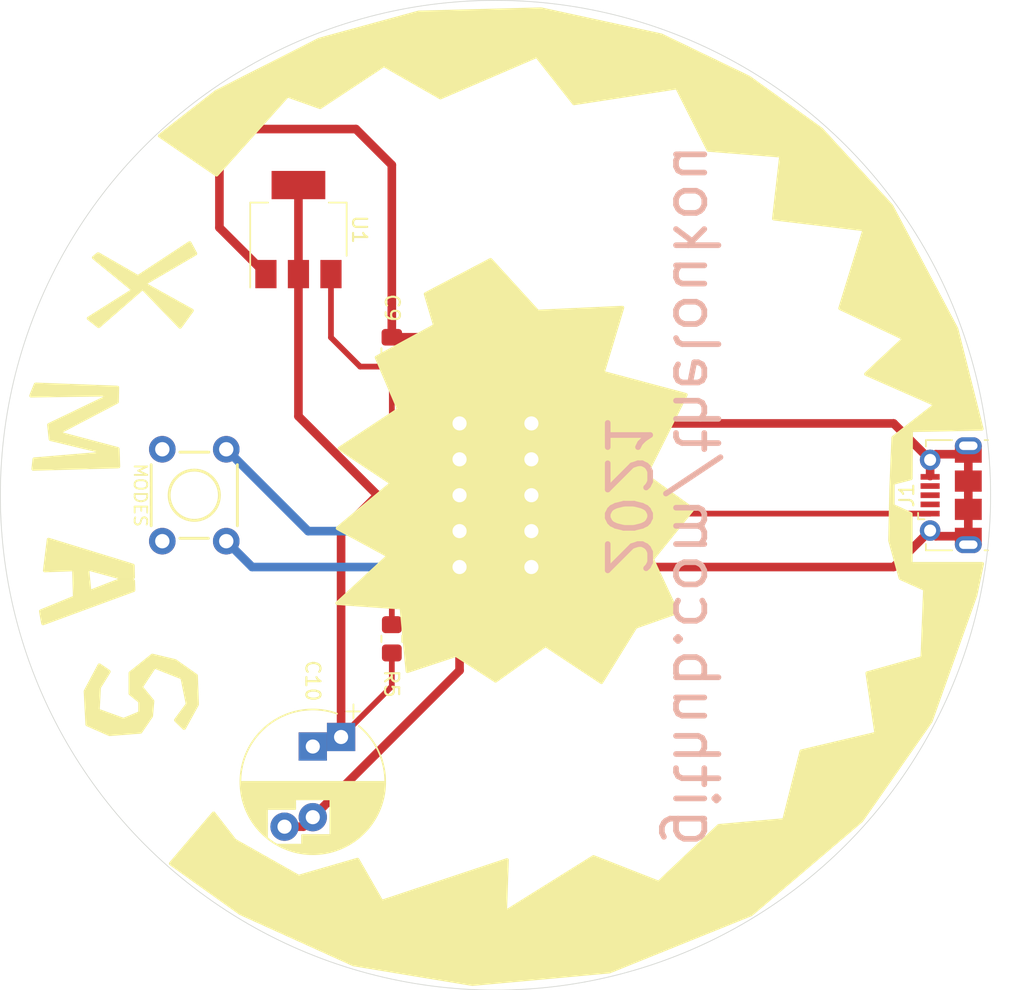
<source format=kicad_pcb>
(kicad_pcb (version 20211014) (generator pcbnew)
  (layers (0 "F.Cu" signal) (31 "B.Cu" signal) (34 "B.Paste" user) (35 "F.Paste" user) (36 "B.SilkS" user "B.Silkscreen") (37 "F.SilkS" user "F.Silkscreen") (38 "B.Mask" user) (39 "F.Mask" user) (44 "Edge.Cuts" user))
  (net 0 "")
  (net 4 "GND1")
  (net 5 "+5VA")
  (net 6 "+3.3VA")
  (net 7 "/MODES1")
  (footprint "Connector_USB:USB_Micro-B_Molex-105017-0001" (layer "F.Cu") (at 182.2526 98.0186 90)
    (fp_text reference "J1" (at 0 -3.1125 90) (layer "F.SilkS"))
    (fp_text value "USB_B_Micro")
    (fp_line (start 3.9 -1.7625) (end 3.45 -1.7625) (layer "F.SilkS") (width 0.12))
    (fp_line (start -3.9 2.6375) (end -3.9 2.3875) (layer "F.SilkS") (width 0.12))
    (fp_line (start -3.9 0.0875) (end -3.9 -1.7625) (layer "F.SilkS") (width 0.12))
    (fp_line (start -1.7 -2.3125) (end -1.7 -1.8625) (layer "F.SilkS") (width 0.12))
    (fp_line (start 3.9 0.0875) (end 3.9 -1.7625) (layer "F.SilkS") (width 0.12))
    (fp_line (start 3.9 2.6375) (end 3.9 2.3875) (layer "F.SilkS") (width 0.12))
    (fp_line (start -1.7 -2.3125) (end -1.25 -2.3125) (layer "F.SilkS") (width 0.12))
    (fp_line (start -3.9 -1.7625) (end -3.45 -1.7625) (layer "F.SilkS") (width 0.12))
    (pad "1" smd rect locked (at -1.3 -1.4625 90) (size 0.4 1.35) (layers "F.Cu" "F.Paste" "F.Mask") (net 5 "+5VA"))
    (pad "2" smd rect locked (at -0.65 -1.4625 90) (size 0.4 1.35) (layers "F.Cu" "F.Paste" "F.Mask"))
    (pad "3" smd rect locked (at 0 -1.4625 90) (size 0.4 1.35) (layers "F.Cu" "F.Paste" "F.Mask"))
    (pad "4" smd rect locked (at 0.65 -1.4625 90) (size 0.4 1.35) (layers "F.Cu" "F.Paste" "F.Mask"))
    (pad "5" smd rect locked (at 1.3 -1.4625 90) (size 0.4 1.35) (layers "F.Cu" "F.Paste" "F.Mask") (net 4 "GND1"))
    (pad "6" smd rect locked (at -1 1.2375 90) (size 1.5 1.9) (layers "F.Cu" "F.Paste" "F.Mask") (net 4 "GND1"))
    (pad "6" thru_hole oval locked (at 3.5 1.2375 90) (size 1.2 1.9) (drill oval 0.6 1.3) (layers *.Cu *.Mask) (net 4 "GND1"))
    (pad "6" smd rect locked (at -2.9 1.2375 90) (size 1.2 1.9) (layers "F.Cu" "F.Mask") (net 4 "GND1"))
    (pad "6" smd rect locked (at 1 1.2375 90) (size 1.5 1.9) (layers "F.Cu" "F.Paste" "F.Mask") (net 4 "GND1"))
    (pad "6" smd rect locked (at 2.9 1.2375 90) (size 1.2 1.9) (layers "F.Cu" "F.Mask") (net 4 "GND1"))
    (pad "6" thru_hole oval locked (at -3.5 1.2375 270) (size 1.2 1.9) (drill oval 0.6 1.3) (layers *.Cu *.Mask) (net 4 "GND1"))
    (pad "6" thru_hole circle locked (at 2.5 -1.4625 90) (size 1.45 1.45) (drill 0.85) (layers *.Cu *.Mask) (net 4 "GND1"))
    (pad "6" thru_hole circle locked (at -2.5 -1.4625 90) (size 1.45 1.45) (drill 0.85) (layers *.Cu *.Mask) (net 4 "GND1"))
  )
  (footprint "Capacitor_THT:CP_Radial_D10.0mm_P5.00mm_P7.50mm" (layer "F.Cu") (at 137.1346 115.7986 -90)
    (fp_text reference "C10" (at -4.6482 0 -90 unlocked) (layer "F.SilkS"))
    (fp_text value "10uF")
    (fp_line (start 3.381 -5.004) (end 3.381 5.004) (layer "F.SilkS") (width 0.12))
    (fp_line (start 7.021 -2.365) (end 7.021 2.365) (layer "F.SilkS") (width 0.12))
    (fp_line (start 4.101 1.241) (end 4.101 4.824) (layer "F.SilkS") (width 0.12))
    (fp_line (start 4.141 1.241) (end 4.141 4.811) (layer "F.SilkS") (width 0.12))
    (fp_line (start 4.941 3.24) (end 4.941 4.462) (layer "F.SilkS") (width 0.12))
    (fp_line (start 4.061 -4.837) (end 4.061 -1.241) (layer "F.SilkS") (width 0.12))
    (fp_line (start 4.541 -4.657) (end 4.541 -1.241) (layer "F.SilkS") (width 0.12))
    (fp_line (start 5.861 3.24) (end 5.861 3.824) (layer "F.SilkS") (width 0.12))
    (fp_line (start 2.7 -5.077) (end 2.7 5.077) (layer "F.SilkS") (width 0.12))
    (fp_line (start 5.901 3.24) (end 5.901 3.789) (layer "F.SilkS") (width 0.12))
    (fp_line (start 4.261 -4.768) (end 4.261 -1.241) (layer "F.SilkS") (width 0.12))
    (fp_line (start 5.981 -3.716) (end 5.981 -1.241) (layer "F.SilkS") (width 0.12))
    (fp_line (start 4.981 3.24) (end 4.981 4.44) (layer "F.SilkS") (width 0.12))
    (fp_line (start 6.541 -3.106) (end 6.541 0.76) (layer "F.SilkS") (width 0.12))
    (fp_line (start 6.341 -3.347) (end 6.341 0.76) (layer "F.SilkS") (width 0.12))
    (fp_line (start 6.781 -2.77) (end 6.781 0.76) (layer "F.SilkS") (width 0.12))
    (fp_line (start 4.701 -4.584) (end 4.701 -1.241) (layer "F.SilkS") (width 0.12))
    (fp_line (start 6.261 3.24) (end 6.261 3.436) (layer "F.SilkS") (width 0.12))
    (fp_line (start 6.981 -2.439) (end 6.981 2.439) (layer "F.SilkS") (width 0.12))
    (fp_line (start 2.86 -5.068) (end 2.86 5.068) (layer "F.SilkS") (width 0.12))
    (fp_line (start 7.181 -2.037) (end 7.181 2.037) (layer "F.SilkS") (width 0.12))
    (fp_line (start 5.581 -4.05) (end 5.581 -1.241) (layer "F.SilkS") (width 0.12))
    (fp_line (start 5.421 3.24) (end 5.421 4.166) (layer "F.SilkS") (width 0.12))
    (fp_line (start 4.901 -4.483) (end 4.901 -1.241) (layer "F.SilkS") (width 0.12))
    (fp_line (start 4.381 1.241) (end 4.381 4.723) (layer "F.SilkS") (width 0.12))
    (fp_line (start 3.901 -4.885) (end 3.901 -1.241) (layer "F.SilkS") (width 0.12))
    (fp_line (start 7.301 -1.742) (end 7.301 1.742) (layer "F.SilkS") (width 0.12))
    (fp_line (start 2.82 -5.07) (end 2.82 5.07) (layer "F.SilkS") (width 0.12))
    (fp_line (start 6.141 -3.561) (end 6.141 -1.241) (layer "F.SilkS") (width 0.12))
    (fp_line (start 5.101 -4.371) (end 5.101 -1.241) (layer "F.SilkS") (width 0.12))
    (fp_line (start -2.479646 -3.375) (end -2.479646 -2.375) (layer "F.SilkS") (width 0.12))
    (fp_line (start 5.221 -4.298) (end 5.221 -1.241) (layer "F.SilkS") (width 0.12))
    (fp_line (start 5.861 -3.824) (end 5.861 -1.241) (layer "F.SilkS") (width 0.12))
    (fp_line (start 3.02 -5.054) (end 3.02 5.054) (layer "F.SilkS") (width 0.12))
    (fp_line (start 6.461 -3.206) (end 6.461 0.76) (layer "F.SilkS") (width 0.12))
    (fp_line (start 3.741 -4.928) (end 3.741 4.928) (layer "F.SilkS") (width 0.12))
    (fp_line (start 4.421 -4.707) (end 4.421 -1.241) (layer "F.SilkS") (width 0.12))
    (fp_line (start 7.381 -1.51) (end 7.381 1.51) (layer "F.SilkS") (width 0.12))
    (fp_line (start 5.221 3.24) (end 5.221 4.298) (layer "F.SilkS") (width 0.12))
    (fp_line (start 4.981 -4.44) (end 4.981 -1.241) (layer "F.SilkS") (width 0.12))
    (fp_line (start 7.341 -1.63) (end 7.341 1.63) (layer "F.SilkS") (width 0.12))
    (fp_line (start 7.581 -0.599) (end 7.581 0.599) (layer "F.SilkS") (width 0.12))
    (fp_line (start 5.581 3.24) (end 5.581 4.05) (layer "F.SilkS") (width 0.12))
    (fp_line (start 6.621 -3) (end 6.621 0.76) (layer "F.SilkS") (width 0.12))
    (fp_line (start 4.821 3.24) (end 4.821 4.525) (layer "F.SilkS") (width 0.12))
    (fp_line (start 4.221 -4.783) (end 4.221 -1.241) (layer "F.SilkS") (width 0.12))
    (fp_line (start 6.581 -3.054) (end 6.581 0.76) (layer "F.SilkS") (width 0.12))
    (fp_line (start 6.941 -2.51) (end 6.941 2.51) (layer "F.SilkS") (width 0.12))
    (fp_line (start 6.061 -3.64) (end 6.061 -1.241) (layer "F.SilkS") (width 0.12))
    (fp_line (start 4.381 -4.723) (end 4.381 -1.241) (layer "F.SilkS") (width 0.12))
    (fp_line (start 4.581 -4.639) (end 4.581 -1.241) (layer "F.SilkS") (width 0.12))
    (fp_line (start 2.58 -5.08) (end 2.58 5.08) (layer "F.SilkS") (width 0.12))
    (fp_line (start 6.021 3.24) (end 6.021 3.679) (layer "F.SilkS") (width 0.12))
    (fp_line (start 3.981 -4.862) (end 3.981 -1.241) (layer "F.SilkS") (width 0.12))
    (fp_line (start 5.541 3.24) (end 5.541 4.08) (layer "F.SilkS") (width 0.12))
    (fp_line (start 6.341 3.24) (end 6.341 3.347) (layer "F.SilkS") (width 0.12))
    (fp_line (start 2.9 -5.065) (end 2.9 5.065) (layer "F.SilkS") (width 0.12))
    (fp_line (start 2.5 -5.08) (end 2.5 5.08) (layer "F.SilkS") (width 0.12))
    (fp_line (start 6.021 -3.679) (end 6.021 -1.241) (layer "F.SilkS") (width 0.12))
    (fp_line (start 3.501 -4.982) (end 3.501 4.982) (layer "F.SilkS") (width 0.12))
    (fp_line (start 4.701 3.24) (end 4.701 4.584) (layer "F.SilkS") (width 0.12))
    (fp_line (start 3.661 -4.947) (end 3.661 4.947) (layer "F.SilkS") (width 0.12))
    (fp_line (start 6.181 -3.52) (end 6.181 -1.241) (layer "F.SilkS") (width 0.12))
    (fp_line (start 4.341 1.241) (end 4.341 4.738) (layer "F.SilkS") (width 0.12))
    (fp_line (start 5.261 -4.273) (end 5.261 -1.241) (layer "F.SilkS") (width 0.12))
    (fp_line (start 5.741 -3.925) (end 5.741 -1.241) (layer "F.SilkS") (width 0.12))
    (fp_line (start 4.181 -4.797) (end 4.181 -1.241) (layer "F.SilkS") (width 0.12))
    (fp_line (start 7.061 -2.289) (end 7.061 2.289) (layer "F.SilkS") (width 0.12))
    (fp_line (start 3.461 -4.99) (end 3.461 4.99) (layer "F.SilkS") (width 0.12))
    (fp_line (start 5.701 -3.957) (end 5.701 -1.241) (layer "F.SilkS") (width 0.12))
    (fp_line (start 5.621 -4.02) (end 5.621 -1.241) (layer "F.SilkS") (width 0.12))
    (fp_line (start 3.421 -4.997) (end 3.421 4.997) (layer "F.SilkS") (width 0.12))
    (fp_line (start 3.781 -4.918) (end 3.781 -1.241) (layer "F.SilkS") (width 0.12))
    (fp_line (start 3.941 -4.874) (end 3.941 -1.241) (layer "F.SilkS") (width 0.12))
    (fp_line (start 7.141 -2.125) (end 7.141 2.125) (layer "F.SilkS") (width 0.12))
    (fp_line (start 3.901 1.241) (end 3.901 4.885) (layer "F.SilkS") (width 0.12))
    (fp_line (start 5.141 3.24) (end 5.141 4.347) (layer "F.SilkS") (width 0.12))
    (fp_line (start 6.221 3.24) (end 6.221 3.478) (layer "F.SilkS") (width 0.12))
    (fp_line (start 5.261 3.24) (end 5.261 4.273) (layer "F.SilkS") (width 0.12))
    (fp_line (start 4.821 -4.525) (end 4.821 -1.241) (layer "F.SilkS") (width 0.12))
    (fp_line (start 3.541 -4.974) (end 3.541 4.974) (layer "F.SilkS") (width 0.12))
    (fp_line (start 6.421 3.24) (end 6.421 3.254) (layer "F.SilkS") (width 0.12))
    (fp_line (start 5.661 -3.989) (end 5.661 -1.241) (layer "F.SilkS") (width 0.12))
    (fp_line (start 5.461 3.24) (end 5.461 4.138) (layer "F.SilkS") (width 0.12))
    (fp_line (start 6.261 -3.436) (end 6.261 0.76) (layer "F.SilkS") (width 0.12))
    (fp_line (start 7.261 -1.846) (end 7.261 1.846) (layer "F.SilkS") (width 0.12))
    (fp_line (start 4.021 -4.85) (end 4.021 -1.241) (layer "F.SilkS") (width 0.12))
    (fp_line (start 5.901 -3.789) (end 5.901 -1.241) (layer "F.SilkS") (width 0.12))
    (fp_line (start 3.941 1.241) (end 3.941 4.874) (layer "F.SilkS") (width 0.12))
    (fp_line (start 5.941 3.24) (end 5.941 3.753) (layer "F.SilkS") (width 0.12))
    (fp_line (start 4.461 -4.69) (end 4.461 -1.241) (layer "F.SilkS") (width 0.12))
    (fp_line (start 3.621 -4.956) (end 3.621 4.956) (layer "F.SilkS") (width 0.12))
    (fp_line (start 7.101 -2.209) (end 7.101 2.209) (layer "F.SilkS") (width 0.12))
    (fp_line (start 5.421 -4.166) (end 5.421 -1.241) (layer "F.SilkS") (width 0.12))
    (fp_line (start 2.54 -5.08) (end 2.54 5.08) (layer "F.SilkS") (width 0.12))
    (fp_line (start 6.141 3.24) (end 6.141 3.561) (layer "F.SilkS") (width 0.12))
    (fp_line (start 6.381 3.24) (end 6.381 3.301) (layer "F.SilkS") (width 0.12))
    (fp_line (start 4.621 3.24) (end 4.621 4.621) (layer "F.SilkS") (width 0.12))
    (fp_line (start 4.301 1.241) (end 4.301 4.754) (layer "F.SilkS") (width 0.12))
    (fp_line (start 4.461 3.24) (end 4.461 4.69) (layer "F.SilkS") (width 0.12))
    (fp_line (start 6.301 -3.392) (end 6.301 0.76) (layer "F.SilkS") (width 0.12))
    (fp_line (start 5.821 -3.858) (end 5.821 -1.241) (layer "F.SilkS") (width 0.12))
    (fp_line (start 3.221 -5.03) (end 3.221 5.03) (layer "F.SilkS") (width 0.12))
    (fp_line (start 2.94 -5.062) (end 2.94 5.062) (layer "F.SilkS") (width 0.12))
    (fp_line (start 6.501 -3.156) (end 6.501 0.76) (layer "F.SilkS") (width 0.12))
    (fp_line (start 6.421 -3.254) (end 6.421 0.76) (layer "F.SilkS") (width 0.12))
    (fp_line (start 6.661 -2.945) (end 6.661 0.76) (layer "F.SilkS") (width 0.12))
    (fp_line (start 5.141 -4.347) (end 5.141 -1.241) (layer "F.SilkS") (width 0.12))
    (fp_line (start 6.901 -2.579) (end 6.901 0.76) (layer "F.SilkS") (width 0.12))
    (fp_line (start 4.061 1.241) (end 4.061 4.837) (layer "F.SilkS") (width 0.12))
    (fp_line (start 6.101 3.24) (end 6.101 3.601) (layer "F.SilkS") (width 0.12))
    (fp_line (start 4.101 -4.824) (end 4.101 -1.241) (layer "F.SilkS") (width 0.12))
    (fp_line (start 5.941 -3.753) (end 5.941 -1.241) (layer "F.SilkS") (width 0.12))
    (fp_line (start 3.821 -4.907) (end 3.821 -1.241) (layer "F.SilkS") (width 0.12))
    (fp_line (start 3.06 -5.05) (end 3.06 5.05) (layer "F.SilkS") (width 0.12))
    (fp_line (start 5.781 3.24) (end 5.781 3.892) (layer "F.SilkS") (width 0.12))
    (fp_line (start 5.021 3.24) (end 5.021 4.417) (layer "F.SilkS") (width 0.12))
    (fp_line (start 3.861 1.241) (end 3.861 4.897) (layer "F.SilkS") (width 0.12))
    (fp_line (start -2.979646 -2.875) (end -1.979646 -2.875) (layer "F.SilkS") (width 0.12))
    (fp_line (start 5.301 3.24) (end 5.301 4.247) (layer "F.SilkS") (width 0.12))
    (fp_line (start 4.661 -4.603) (end 4.661 -1.241) (layer "F.SilkS") (width 0.12))
    (fp_line (start 5.541 -4.08) (end 5.541 -1.241) (layer "F.SilkS") (width 0.12))
    (fp_line (start 4.621 -4.621) (end 4.621 -1.241) (layer "F.SilkS") (width 0.12))
    (fp_line (start 5.381 3.24) (end 5.381 4.194) (layer "F.SilkS") (width 0.12))
    (fp_line (start 4.221 1.241) (end 4.221 4.783) (layer "F.SilkS") (width 0.12))
    (fp_line (start 2.66 -5.078) (end 2.66 5.078) (layer "F.SilkS") (width 0.12))
    (fp_line (start 4.181 1.241) (end 4.181 4.797) (layer "F.SilkS") (width 0.12))
    (fp_line (start 5.781 -3.892) (end 5.781 -1.241) (layer "F.SilkS") (width 0.12))
    (fp_line (start 3.1 -5.045) (end 3.1 5.045) (layer "F.SilkS") (width 0.12))
    (fp_line (start 2.78 -5.073) (end 2.78 5.073) (layer "F.SilkS") (width 0.12))
    (fp_line (start 3.821 1.241) (end 3.821 4.907) (layer "F.SilkS") (width 0.12))
    (fp_line (start 5.061 3.24) (end 5.061 4.395) (layer "F.SilkS") (width 0.12))
    (fp_line (start 5.821 3.24) (end 5.821 3.858) (layer "F.SilkS") (width 0.12))
    (fp_line (start 4.501 3.24) (end 4.501 4.674) (layer "F.SilkS") (width 0.12))
    (fp_line (start 3.301 -5.018) (end 3.301 5.018) (layer "F.SilkS") (width 0.12))
    (fp_line (start 7.221 -1.944) (end 7.221 1.944) (layer "F.SilkS") (width 0.12))
    (fp_line (start 5.181 -4.323) (end 5.181 -1.241) (layer "F.SilkS") (width 0.12))
    (fp_line (start 6.861 -2.645) (end 6.861 0.76) (layer "F.SilkS") (width 0.12))
    (fp_line (start 5.381 -4.194) (end 5.381 -1.241) (layer "F.SilkS") (width 0.12))
    (fp_line (start 3.18 -5.035) (end 3.18 5.035) (layer "F.SilkS") (width 0.12))
    (fp_line (start 6.061 3.24) (end 6.061 3.64) (layer "F.SilkS") (width 0.12))
    (fp_line (start 3.861 -4.897) (end 3.861 -1.241) (layer "F.SilkS") (width 0.12))
    (fp_line (start 4.941 -4.462) (end 4.941 -1.241) (layer "F.SilkS") (width 0.12))
    (fp_line (start 6.701 -2.889) (end 6.701 0.76) (layer "F.SilkS") (width 0.12))
    (fp_line (start 6.221 -3.478) (end 6.221 -1.241) (layer "F.SilkS") (width 0.12))
    (fp_line (start 6.381 -3.301) (end 6.381 0.76) (layer "F.SilkS") (width 0.12))
    (fp_line (start 5.741 3.24) (end 5.741 3.925) (layer "F.SilkS") (width 0.12))
    (fp_line (start 4.781 -4.545) (end 4.781 -1.241) (layer "F.SilkS") (width 0.12))
    (fp_line (start 3.981 1.241) (end 3.981 4.862) (layer "F.SilkS") (width 0.12))
    (fp_line (start 4.901 3.24) (end 4.901 4.483) (layer "F.SilkS") (width 0.12))
    (fp_line (start 2.98 -5.058) (end 2.98 5.058) (layer "F.SilkS") (width 0.12))
    (fp_line (start 4.021 1.241) (end 4.021 4.85) (layer "F.SilkS") (width 0.12))
    (fp_line (start 5.621 3.24) (end 5.621 4.02) (layer "F.SilkS") (width 0.12))
    (fp_line (start 4.421 1.241) (end 4.421 4.707) (layer "F.SilkS") (width 0.12))
    (fp_line (start 7.461 -1.23) (end 7.461 1.23) (layer "F.SilkS") (width 0.12))
    (fp_line (start 3.581 -4.965) (end 3.581 4.965) (layer "F.SilkS") (width 0.12))
    (fp_line (start 5.341 3.24) (end 5.341 4.221) (layer "F.SilkS") (width 0.12))
    (fp_line (start 4.861 -4.504) (end 4.861 -1.241) (layer "F.SilkS") (width 0.12))
    (fp_line (start 4.541 3.24) (end 4.541 4.657) (layer "F.SilkS") (width 0.12))
    (fp_line (start 7.501 -1.062) (end 7.501 1.062) (layer "F.SilkS") (width 0.12))
    (fp_line (start 4.261 1.241) (end 4.261 4.768) (layer "F.SilkS") (width 0.12))
    (fp_line (start 5.701 3.24) (end 5.701 3.957) (layer "F.SilkS") (width 0.12))
    (fp_line (start 4.861 3.24) (end 4.861 4.504) (layer "F.SilkS") (width 0.12))
    (fp_line (start 6.181 3.24) (end 6.181 3.52) (layer "F.SilkS") (width 0.12))
    (fp_line (start 5.501 3.24) (end 5.501 4.11) (layer "F.SilkS") (width 0.12))
    (fp_line (start 3.701 -4.938) (end 3.701 4.938) (layer "F.SilkS") (width 0.12))
    (fp_line (start 6.821 -2.709) (end 6.821 0.76) (layer "F.SilkS") (width 0.12))
    (fp_line (start 2.74 -5.075) (end 2.74 5.075) (layer "F.SilkS") (width 0.12))
    (fp_line (start 5.661 3.24) (end 5.661 3.989) (layer "F.SilkS") (width 0.12))
    (fp_line (start 4.501 -4.674) (end 4.501 -1.241) (layer "F.SilkS") (width 0.12))
    (fp_line (start 7.421 -1.378) (end 7.421 1.378) (layer "F.SilkS") (width 0.12))
    (fp_line (start 6.301 3.24) (end 6.301 3.392) (layer "F.SilkS") (width 0.12))
    (fp_line (start 4.301 -4.754) (end 4.301 -1.241) (layer "F.SilkS") (width 0.12))
    (fp_line (start 3.14 -5.04) (end 3.14 5.04) (layer "F.SilkS") (width 0.12))
    (fp_line (start 4.661 3.24) (end 4.661 4.603) (layer "F.SilkS") (width 0.12))
    (fp_line (start 7.541 -0.862) (end 7.541 0.862) (layer "F.SilkS") (width 0.12))
    (fp_line (start 5.461 -4.138) (end 5.461 -1.241) (layer "F.SilkS") (width 0.12))
    (fp_line (start 5.101 3.24) (end 5.101 4.371) (layer "F.SilkS") (width 0.12))
    (fp_line (start 5.501 -4.11) (end 5.501 -1.241) (layer "F.SilkS") (width 0.12))
    (fp_line (start 4.341 -4.738) (end 4.341 -1.241) (layer "F.SilkS") (width 0.12))
    (fp_line (start 4.781 3.24) (end 4.781 4.545) (layer "F.SilkS") (width 0.12))
    (fp_line (start 3.781 1.241) (end 3.781 4.918) (layer "F.SilkS") (width 0.12))
    (fp_line (start 3.261 -5.024) (end 3.261 5.024) (layer "F.SilkS") (width 0.12))
    (fp_line (start 4.581 3.24) (end 4.581 4.639) (layer "F.SilkS") (width 0.12))
    (fp_line (start 4.741 3.24) (end 4.741 4.564) (layer "F.SilkS") (width 0.12))
    (fp_line (start 2.62 -5.079) (end 2.62 5.079) (layer "F.SilkS") (width 0.12))
    (fp_line (start 5.181 3.24) (end 5.181 4.323) (layer "F.SilkS") (width 0.12))
    (fp_line (start 6.101 -3.601) (end 6.101 -1.241) (layer "F.SilkS") (width 0.12))
    (fp_line (start 3.341 -5.011) (end 3.341 5.011) (layer "F.SilkS") (width 0.12))
    (fp_line (start 5.341 -4.221) (end 5.341 -1.241) (layer "F.SilkS") (width 0.12))
    (fp_line (start 5.981 3.24) (end 5.981 3.716) (layer "F.SilkS") (width 0.12))
    (fp_line (start 4.141 -4.811) (end 4.141 -1.241) (layer "F.SilkS") (width 0.12))
    (fp_line (start 5.021 -4.417) (end 5.021 -1.241) (layer "F.SilkS") (width 0.12))
    (fp_line (start 4.741 -4.564) (end 4.741 -1.241) (layer "F.SilkS") (width 0.12))
    (fp_line (start 5.301 -4.247) (end 5.301 -1.241) (layer "F.SilkS") (width 0.12))
    (fp_line (start 6.741 -2.83) (end 6.741 0.76) (layer "F.SilkS") (width 0.12))
    (fp_line (start 5.061 -4.395) (end 5.061 -1.241) (layer "F.SilkS") (width 0.12))
    (fp_arc (start -1.448012 -3.26) (mid 6.954126 2.524908) (end -2.324903 -1.713098) (layer "F.SilkS") (width 0.12))
    (pad "1" thru_hole rect locked (at 0 0 270) (size 2 2) (drill 1) (layers *.Cu *.Mask) (net 6 "+3.3VA"))
    (pad "1" thru_hole rect locked (at -0.672144 -2 270) (size 2 2) (drill 1) (layers *.Cu *.Mask) (net 6 "+3.3VA"))
    (pad "2" thru_hole circle locked (at 5 0 270) (size 2 2) (drill 1) (layers *.Cu *.Mask) (net 4 "GND1"))
    (pad "2" thru_hole circle locked (at 5.672144 2 270) (size 2 2) (drill 1) (layers *.Cu *.Mask) (net 4 "GND1"))
  )
  (footprint "Capacitor_SMD:C_0805_2012Metric_Pad1.18x1.45mm_HandSolder" (layer "F.Cu") (at 142.7226 87.8801 90)
    (fp_text reference "C9" (at 3.1203 0.0254 270 unlocked) (layer "F.SilkS"))
    (fp_text value "100nF")
    (fp_line (start -0.261252 -0.735) (end 0.261252 -0.735) (layer "F.SilkS") (width 0.12))
    (fp_line (start -0.261252 0.735) (end 0.261252 0.735) (layer "F.SilkS") (width 0.12))
    (pad "1" smd roundrect locked (at -1.0375 0 90) (size 1.175 1.45) (layers "F.Cu" "F.Paste" "F.Mask") (roundrect_rratio 0.212766) (net 5 "+5VA"))
    (pad "2" smd roundrect locked (at 1.0375 0 90) (size 1.175 1.45) (layers "F.Cu" "F.Paste" "F.Mask") (roundrect_rratio 0.212766) (net 4 "GND1"))
  )
  (footprint "Connector_PinHeader_2.54mm:PinHeader_1x05_P2.54mm_Vertical" (layer "F.Cu") (at 152.5926 103.0986 180)
    (fp_text reference "J4" hide)
    (fp_text value "Conn_01x05")
    (fp_line (start -1.33 0) (end -1.33 -1.33) (layer "F.SilkS") (width 0.12))
    (fp_line (start -1.33 -1.33) (end 0 -1.33) (layer "F.SilkS") (width 0.12))
    (fp_line (start -1.33 11.49) (end 1.33 11.49) (layer "F.SilkS") (width 0.12))
    (fp_line (start -1.33 1.27) (end -1.33 11.49) (layer "F.SilkS") (width 0.12))
    (fp_line (start -1.33 1.27) (end 1.33 1.27) (layer "F.SilkS") (width 0.12))
    (fp_line (start 1.33 1.27) (end 1.33 11.49) (layer "F.SilkS") (width 0.12))
    (pad "1" thru_hole rect locked (at 0 0 180) (size 1.7 1.7) (drill 1) (layers *.Cu *.Mask) (net 4 "GND1"))
    (pad "2" thru_hole oval locked (at 0 2.54 180) (size 1.7 1.7) (drill 1) (layers *.Cu *.Mask) (net 7 "/MODES1"))
    (pad "3" thru_hole oval locked (at 0 5.08 180) (size 1.7 1.7) (drill 1) (layers *.Cu *.Mask) (net 6 "+3.3VA"))
    (pad "4" thru_hole oval locked (at 0 7.62 180) (size 1.7 1.7) (drill 1) (layers *.Cu *.Mask) (net 5 "+5VA"))
    (pad "5" thru_hole oval locked (at 0 10.16 180) (size 1.7 1.7) (drill 1) (layers *.Cu *.Mask) (net 4 "GND1"))
  )
  (footprint "Connector_PinHeader_2.54mm:PinHeader_1x05_P2.54mm_Vertical" (layer "F.Cu") (at 147.5126 103.0986 180)
    (fp_text reference "J2" hide)
    (fp_text value "Conn_01x05")
    (fp_line (start 1.33 1.27) (end 1.33 11.49) (layer "F.SilkS") (width 0.12))
    (fp_line (start -1.33 0) (end -1.33 -1.33) (layer "F.SilkS") (width 0.12))
    (fp_line (start -1.33 -1.33) (end 0 -1.33) (layer "F.SilkS") (width 0.12))
    (fp_line (start -1.33 1.27) (end 1.33 1.27) (layer "F.SilkS") (width 0.12))
    (fp_line (start -1.33 11.49) (end 1.33 11.49) (layer "F.SilkS") (width 0.12))
    (fp_line (start -1.33 1.27) (end -1.33 11.49) (layer "F.SilkS") (width 0.12))
    (pad "1" thru_hole rect locked (at 0 0 180) (size 1.7 1.7) (drill 1) (layers *.Cu *.Mask) (net 4 "GND1"))
    (pad "2" thru_hole oval locked (at 0 2.54 180) (size 1.7 1.7) (drill 1) (layers *.Cu *.Mask) (net 7 "/MODES1"))
    (pad "3" thru_hole oval locked (at 0 5.08 180) (size 1.7 1.7) (drill 1) (layers *.Cu *.Mask) (net 6 "+3.3VA"))
    (pad "4" thru_hole oval locked (at 0 7.62 180) (size 1.7 1.7) (drill 1) (layers *.Cu *.Mask) (net 5 "+5VA"))
    (pad "5" thru_hole oval locked (at 0 10.16 180) (size 1.7 1.7) (drill 1) (layers *.Cu *.Mask) (net 4 "GND1"))
  )
  (footprint "Resistor_SMD:R_0805_2012Metric_Pad1.20x1.40mm_HandSolder" (layer "F.Cu") (at 142.7226 108.1786 90)
    (fp_text reference "R5" (at -3.175 -0.0254 270 unlocked) (layer "F.SilkS"))
    (fp_text value "10K")
    (fp_line (start -0.227064 -0.735) (end 0.227064 -0.735) (layer "F.SilkS") (width 0.12))
    (fp_line (start -0.227064 0.735) (end 0.227064 0.735) (layer "F.SilkS") (width 0.12))
    (pad "1" smd roundrect locked (at -1 0 90) (size 1.2 1.4) (layers "F.Cu" "F.Paste" "F.Mask") (roundrect_rratio 0.208333) (net 6 "+3.3VA"))
    (pad "2" smd roundrect locked (at 1 0 90) (size 1.2 1.4) (layers "F.Cu" "F.Paste" "F.Mask") (roundrect_rratio 0.208333) (net 7 "/MODES1"))
  )
  (footprint "Switches:TACTILE_SWITCH_PTH_6.0MM" (layer "F.Cu") (at 128.7526 98.0186 -90)
    (fp_text reference "S3" hide)
    (fp_text value "MODES" (at 0 3.81 -90 unlocked) (layer "F.SilkS") (effects (font (size 0.889 0.889) (thickness 0.127))))
    (fp_line (start 2.159 -3.048) (end -2.159 -3.048) (layer "F.SilkS") (width 0.2032))
    (fp_line (start -2.159 3.048) (end 2.159 3.048) (layer "F.SilkS") (width 0.2032))
    (fp_line (start 3.048 -0.99568) (end 3.048 1.016) (layer "F.SilkS") (width 0.2032))
    (fp_line (start -3.048 -1.02616) (end -3.048 1.016) (layer "F.SilkS") (width 0.2032))
    (fp_circle (center 0 0) (end 0 -1.778) (layer "F.SilkS") (width 0.2032) (fill none))
    (pad "1" thru_hole circle locked (at -3.2512 -2.2606 270) (size 1.8796 1.8796) (drill 1.016) (layers *.Cu *.Mask) (net 7 "/MODES1"))
    (pad "2" thru_hole circle locked (at 3.2512 -2.2606 270) (size 1.8796 1.8796) (drill 1.016) (layers *.Cu *.Mask) (net 4 "GND1"))
    (pad "3" thru_hole circle locked (at -3.2512 2.2606 270) (size 1.8796 1.8796) (drill 1.016) (layers *.Cu *.Mask))
    (pad "4" thru_hole circle locked (at 3.2512 2.2606 270) (size 1.8796 1.8796) (drill 1.016) (layers *.Cu *.Mask))
  )
  (footprint "Package_TO_SOT_SMD:SOT-223-3_TabPin2" (layer "F.Cu") (at 136.1186 79.2226 90)
    (fp_text reference "U1" (at 0 4.318 270 unlocked) (layer "F.SilkS"))
    (fp_text value "LD1117S33TR_SOT223")
    (fp_line (start 1.91 3.41) (end 1.91 2.15) (layer "F.SilkS") (width 0.12))
    (fp_line (start -1.85 3.41) (end 1.91 3.41) (layer "F.SilkS") (width 0.12))
    (fp_line (start -4.1 -3.41) (end 1.91 -3.41) (layer "F.SilkS") (width 0.12))
    (fp_line (start 1.91 -3.41) (end 1.91 -2.15) (layer "F.SilkS") (width 0.12))
    (pad "1" smd rect locked (at -3.15 -2.3 90) (size 2 1.5) (layers "F.Cu" "F.Paste" "F.Mask") (net 4 "GND1"))
    (pad "2" smd rect locked (at -3.15 0 90) (size 2 1.5) (layers "F.Cu" "F.Paste" "F.Mask") (net 6 "+3.3VA"))
    (pad "2" smd rect locked (at 3.15 0 90) (size 2 3.8) (layers "F.Cu" "F.Paste" "F.Mask") (net 6 "+3.3VA"))
    (pad "3" smd rect locked (at -3.15 2.3 90) (size 2 1.5) (layers "F.Cu" "F.Paste" "F.Mask") (net 5 "+5VA"))
  )
  (gr_circle (center 150.0526 98.0186) (end 185.0665 98.0186) (layer "Edge.Cuts") (width 0.05) (fill none))
  (gr_text "github.com/theloukou\n2021" (at 161.7726 98.044 270) (layer "B.SilkS") (effects (font (size 3 3) (thickness 0.4)) (justify mirror)))
  (segment (start 132.8166 72.1106) (end 130.5306 74.3966) (width 0.6096) (layer "F.Cu") (net 4))
  (segment (start 183.4901 95.1186) (end 181.1901 95.1186) (width 0.6096) (layer "F.Cu") (net 4))
  (segment (start 130.5306 74.3966) (end 130.5306 79.0846) (width 0.6096) (layer "F.Cu") (net 4))
  (segment (start 178.2101 103.0986) (end 180.7901 100.5186) (width 0.6096) (layer "F.Cu") (net 4))
  (segment (start 152.5926 103.0986) (end 147.5126 103.0986) (width 0.6096) (layer "F.Cu") (net 4))
  (segment (start 130.5306 79.0846) (end 133.8186 82.3726) (width 0.6096) (layer "F.Cu") (net 4))
  (segment (start 183.4901 97.0186) (end 183.4901 95.1186) (width 0.6096) (layer "F.Cu") (net 4))
  (segment (start 178.2101 92.9386) (end 180.7901 95.5186) (width 0.6096) (layer "F.Cu") (net 4))
  (segment (start 142.7226 74.6506) (end 140.1826 72.1106) (width 0.6096) (layer "F.Cu") (net 4))
  (segment (start 147.5126 110.4206) (end 147.5126 103.0986) (width 0.6096) (layer "F.Cu") (net 4))
  (segment (start 135.1346 121.470744) (end 136.462456 121.470744) (width 0.6096) (layer "F.Cu") (net 4))
  (segment (start 152.5926 92.9386) (end 147.5126 92.9386) (width 0.6096) (layer "F.Cu") (net 4))
  (segment (start 147.5126 89.3466) (end 145.0086 86.8426) (width 0.6096) (layer "F.Cu") (net 4))
  (segment (start 147.5126 92.9386) (end 147.5126 89.3466) (width 0.6096) (layer "F.Cu") (net 4))
  (segment (start 137.1346 120.7986) (end 147.5126 110.4206) (width 0.6096) (layer "F.Cu") (net 4))
  (segment (start 145.0086 86.8426) (end 142.7226 86.8426) (width 0.6096) (layer "F.Cu") (net 4))
  (segment (start 183.4901 99.0186) (end 183.4901 97.0186) (width 0.6096) (layer "F.Cu") (net 4))
  (segment (start 152.5926 103.0986) (end 178.2101 103.0986) (width 0.6096) (layer "F.Cu") (net 4))
  (segment (start 142.7226 86.8426) (end 142.7226 74.6506) (width 0.6096) (layer "F.Cu") (net 4))
  (segment (start 180.7901 95.5186) (end 180.7901 96.663799) (width 0.6096) (layer "F.Cu") (net 4))
  (segment (start 152.5926 92.9386) (end 178.2101 92.9386) (width 0.6096) (layer "F.Cu") (net 4))
  (segment (start 136.462456 121.470744) (end 137.1346 120.7986) (width 0.6096) (layer "F.Cu") (net 4))
  (segment (start 183.4901 100.9186) (end 183.4901 99.0186) (width 0.6096) (layer "F.Cu") (net 4))
  (segment (start 140.1826 72.1106) (end 132.8166 72.1106) (width 0.6096) (layer "F.Cu") (net 4))
  (segment (start 181.1901 95.1186) (end 180.7901 95.5186) (width 0.6096) (layer "F.Cu") (net 4))
  (segment (start 183.4901 100.9186) (end 181.1901 100.9186) (width 0.6096) (layer "F.Cu") (net 4))
  (segment (start 181.1901 100.9186) (end 180.7901 100.5186) (width 0.6096) (layer "F.Cu") (net 4))
  (segment (start 132.842 103.0986) (end 131.0132 101.2698) (width 0.6096) (layer "B.Cu") (net 4))
  (segment (start 147.5126 103.0986) (end 132.842 103.0986) (width 0.6096) (layer "B.Cu") (net 4))
  (segment (start 154.6606 95.4786) (end 152.5926 95.4786) (width 0.4064) (layer "F.Cu") (net 5))
  (segment (start 180.7901 99.3186) (end 158.5006 99.3186) (width 0.4064) (layer "F.Cu") (net 5))
  (segment (start 158.5006 99.3186) (end 154.6606 95.4786) (width 0.4064) (layer "F.Cu") (net 5))
  (segment (start 142.7226 88.9176) (end 140.4796 88.9176) (width 0.4064) (layer "F.Cu") (net 5))
  (segment (start 142.7226 93.7006) (end 142.7226 88.9176) (width 0.4064) (layer "F.Cu") (net 5))
  (segment (start 147.5126 95.4786) (end 144.5006 95.4786) (width 0.4064) (layer "F.Cu") (net 5))
  (segment (start 152.5926 95.4786) (end 147.5126 95.4786) (width 0.4064) (layer "F.Cu") (net 5))
  (segment (start 144.5006 95.4786) (end 142.7226 93.7006) (width 0.4064) (layer "F.Cu") (net 5))
  (segment (start 138.4186 86.8566) (end 138.4186 82.3726) (width 0.4064) (layer "F.Cu") (net 5))
  (segment (start 140.4796 88.9176) (end 138.4186 86.8566) (width 0.4064) (layer "F.Cu") (net 5))
  (segment (start 142.7226 111.538456) (end 139.1346 115.126456) (width 0.4064) (layer "F.Cu") (net 6))
  (segment (start 136.1186 76.0726) (end 136.1186 82.3726) (width 0.6096) (layer "F.Cu") (net 6))
  (segment (start 147.5126 98.0186) (end 141.7066 98.0186) (width 0.6096) (layer "F.Cu") (net 6))
  (segment (start 141.7066 98.0186) (end 136.1186 92.4306) (width 0.6096) (layer "F.Cu") (net 6))
  (segment (start 137.806744 115.126456) (end 137.1346 115.7986) (width 0.6096) (layer "F.Cu") (net 6))
  (segment (start 139.1346 115.126456) (end 139.1346 100.5906) (width 0.6096) (layer "F.Cu") (net 6))
  (segment (start 139.1346 115.126456) (end 137.806744 115.126456) (width 0.6096) (layer "F.Cu") (net 6))
  (segment (start 139.1346 100.5906) (end 141.7066 98.0186) (width 0.6096) (layer "F.Cu") (net 6))
  (segment (start 152.5926 98.0186) (end 147.5126 98.0186) (width 0.4064) (layer "F.Cu") (net 6))
  (segment (start 136.1186 92.4306) (end 136.1186 82.3726) (width 0.6096) (layer "F.Cu") (net 6))
  (segment (start 142.7226 109.1786) (end 142.7226 111.538456) (width 0.4064) (layer "F.Cu") (net 6))
  (segment (start 152.5926 100.5586) (end 147.5126 100.5586) (width 0.4064) (layer "F.Cu") (net 7))
  (segment (start 145.0086 100.5586) (end 142.7226 102.8446) (width 0.4064) (layer "F.Cu") (net 7))
  (segment (start 142.7226 102.8446) (end 142.7226 107.1786) (width 0.4064) (layer "F.Cu") (net 7))
  (segment (start 147.5126 100.5586) (end 145.0086 100.5586) (width 0.4064) (layer "F.Cu") (net 7))
  (segment (start 147.5126 100.5586) (end 136.8044 100.5586) (width 0.6096) (layer "B.Cu") (net 7))
  (segment (start 136.8044 100.5586) (end 131.0132 94.7674) (width 0.6096) (layer "B.Cu") (net 7))
  (zone (net 0) (net_name "") (layer "F.SilkS") (connect_pads (clearance 0.508)) (min_thickness 0.254) (fill yes (thermal_gap 0.508) (thermal_bridge_width 0.508))
    (polygon (pts (xy 161.8234 65.3542) (xy 168.0464 68.3514) (xy 173.1772 72.0344) (xy 178.1556 77.47) (xy 182.7784 86.2076) (xy 184.6072 93.4466) (xy 179.578 93.5482) (xy 179.5526 96.9264) (xy 178.2826 97.2566) (xy 178.2826 98.679) (xy 179.5526 99.2632) (xy 179.5526 102.743) (xy 184.6326 102.743) (xy 184.1246 105.1306) (xy 180.9496 114.0714) (xy 176.022 121.1326) (xy 168.1988 127.7874) (xy 158.1404 131.8514) (xy 148.4122 132.7404) (xy 139.9794 131.3434) (xy 131.953 127.7112) (xy 126.8984 124.1044) (xy 130.1242 120.3198) (xy 131.699 122.3518) (xy 136.144 124.8664) (xy 140.3604 123.6472) (xy 142.0622 126.619) (xy 151.003 123.6472) (xy 150.876 127.2794) (xy 156.972 123.4694) (xy 161.5694 125.2728) (xy 165.7858 121.285) (xy 170.3578 120.8786) (xy 171.577 116.0272) (xy 176.8348 114.7826) (xy 176.1998 110.5154) (xy 180.1114 109.4232) (xy 180.2892 104.7496) (xy 178.5874 103.9876) (xy 177.8254 101.2444) (xy 177.9016 97.6122) (xy 178.054 93.8784) (xy 180.9242 91.6432) (xy 176.022 89.4842) (xy 178.7144 86.9696) (xy 174.2694 84.8614) (xy 175.9712 79.3242) (xy 169.5958 78.5622) (xy 170.1038 74.1172) (xy 165.0238 73.7108) (xy 162.814 69.3166) (xy 155.5496 70.4342) (xy 152.9334 67.1068) (xy 146.1516 70.0278) (xy 142.1638 67.7418) (xy 137.668 70.7136) (xy 135.382 69.9008) (xy 130.3528 75.5142) (xy 126.0856 72.5932) (xy 130.2258 69.3674) (xy 137.541 65.659) (xy 144.6022 63.7286) (xy 153.289 63.5)))
  )
  (zone (net 0) (net_name "") (layer "F.SilkS") (connect_pads (clearance 0.508)) (min_thickness 0.254) (fill yes (thermal_gap 0.508) (thermal_bridge_width 0.508))
    (polygon (pts (xy 124.5362 102.8954) (xy 124.561538 103.961931) (xy 123.368053 103.936292) (xy 121.3358 103.378) (xy 121.4628 104.6734) (xy 123.3678 103.9368) (xy 124.5616 103.9622) (xy 124.587 104.8258) (xy 117.9576 107.2642) (xy 117.7544 106.1466) (xy 120.1674 105.156) (xy 120.1166 103.4034) (xy 118.0338 103.4796) (xy 118.3386 100.9904)))
  )
  (zone (net 0) (net_name "") (layer "F.SilkS") (connect_pads (clearance 0.508)) (min_thickness 0.254) (fill yes (thermal_gap 0.508) (thermal_bridge_width 0.508))
    (polygon (pts (xy 123.444 90.2716) (xy 123.4186 91.4908) (xy 119.4562 93.5736) (xy 123.4694 94.6404) (xy 123.5202 96.1136) (xy 117.221 96.2914) (xy 117.3226 95.3516) (xy 121.8438 94.9706) (xy 118.4656 94.1578) (xy 118.3386 92.964) (xy 122.3518 91.0336) (xy 117.0178 91.1098) (xy 117.4496 90.043)))
  )
  (zone (net 0) (net_name "") (layer "F.SilkS") (connect_pads (clearance 0.508)) (min_thickness 0.254) (fill yes (thermal_gap 0.508) (thermal_bridge_width 0.508))
    (polygon (pts (xy 153.0858 84.8868) (xy 159.2072 84.6074) (xy 157.8102 89.2556) (xy 163.703 90.8304) (xy 160.8328 96.5708) (xy 164.1856 98.9838) (xy 161.29 102.5652) (xy 163.068 106.3752) (xy 160.0454 107.442) (xy 157.5816 111.4298) (xy 153.5938 108.7882) (xy 150.0632 111.3028) (xy 147.2438 109.474) (xy 143.7132 110.6424) (xy 143.2814 106.0958) (xy 138.557 105.7656) (xy 142.2654 102.3366) (xy 138.6586 100.3808) (xy 142.494 97.1804) (xy 138.7856 94.7166) (xy 143.0528 91.8972) (xy 141.478 88.2142) (xy 145.6182 85.9536) (xy 144.9578 83.7184) (xy 149.733 81.2038)))
  )
  (zone (net 0) (net_name "") (layer "F.SilkS") (connect_pads (clearance 0.508)) (min_thickness 0.254) (fill yes (thermal_gap 0.508) (thermal_bridge_width 0.508))
    (polygon (pts (xy 129.0066 80.9752) (xy 125.4506 83.058) (xy 128.778 84.9122) (xy 127.762 86.3092) (xy 125.095 83.5406) (xy 121.9962 86.233) (xy 121.0564 85.4964) (xy 124.2314 83.4898) (xy 121.4374 81.2038) (xy 121.9454 80.7974) (xy 124.7648 82.423) (xy 128.4732 79.9846)))
  )
  (zone (net 0) (net_name "") (layer "F.SilkS") (connect_pads (clearance 0.508)) (min_thickness 0.254) (fill yes (thermal_gap 0.508) (thermal_bridge_width 0.508))
    (polygon (pts (xy 127.4572 109.6264) (xy 129.0066 110.7186) (xy 129.0828 112.8522) (xy 128.0668 114.7064) (xy 127.2794 113.9444) (xy 128.143 112.776) (xy 127.7874 111.0234) (xy 125.984 110.3122) (xy 125.1458 111.5822) (xy 125.9332 112.5474) (xy 125.8316 113.6904) (xy 125.0188 114.8842) (xy 122.7328 115.062) (xy 121.0564 114.3254) (xy 120.9294 111.8616) (xy 121.9962 109.855) (xy 122.8852 110.4646) (xy 122.1486 111.6584) (xy 122.0724 113.157) (xy 123.7488 113.7666) (xy 124.7902 113.3348) (xy 124.7902 112.6744) (xy 124.1044 112.1156) (xy 124.1044 110.5408) (xy 125.7554 109.22)))
  )
)
</source>
